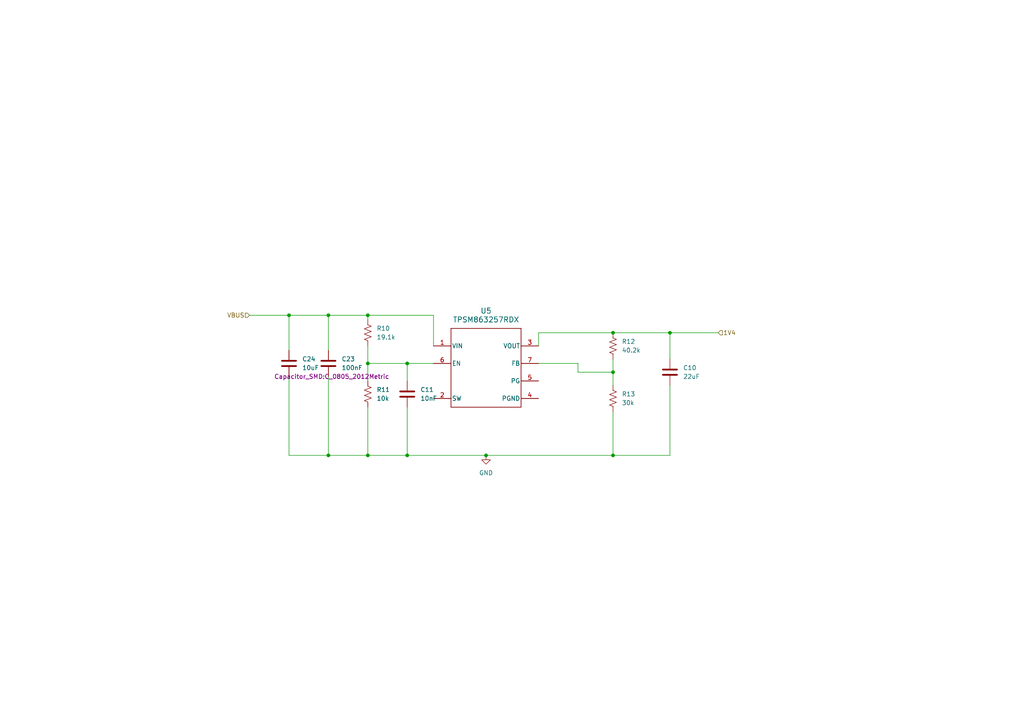
<source format=kicad_sch>
(kicad_sch (version 20231120) (generator "eeschema") (generator_version "8.0")
  (paper "A4")
  (lib_symbols
    (symbol "Device:C" (pin_numbers hide) (pin_names (offset 0.254))
      (property "Reference" "C" (at 0.635 2.54 0))
      (property "Value" "C" (at 0.635 -2.54 0))
      (symbol "C_0_1"
        (polyline (pts (xy -2.032 -0.762) (xy 2.032 -0.762)) (stroke (width 0.508)))
        (polyline (pts (xy -2.032 0.762) (xy 2.032 0.762)) (stroke (width 0.508)))
      )
      (symbol "C_1_1"
        (pin passive line (at 0 3.81 270) (length 2.794) (name "~") (number "1"))
        (pin passive line (at 0 -3.81 90) (length 2.794) (name "~") (number "2"))
      )
    )
    (symbol "Device:R_US" (pin_numbers hide) (pin_names (offset 0))
      (property "Reference" "R" (at 2.54 0 90))
      (property "Value" "R_US" (at -2.54 0 90))
      (symbol "R_US_0_1"
        (polyline (pts (xy 0 -2.286) (xy 0 -2.54)))
        (polyline (pts (xy 0 2.286) (xy 0 2.54)))
        (polyline (pts (xy 0 -0.762) (xy 1.016 -1.143) (xy 0 -1.524) (xy -1.016 -1.905) (xy 0 -2.286)))
        (polyline (pts (xy 0 0.762) (xy 1.016 0.381) (xy 0 0) (xy -1.016 -0.381) (xy 0 -0.762)))
        (polyline (pts (xy 0 2.286) (xy 1.016 1.905) (xy 0 1.524) (xy -1.016 1.143) (xy 0 0.762)))
      )
      (symbol "R_US_1_1"
        (pin passive line (at 0 3.81 270) (length 1.27) (name "~") (number "1"))
        (pin passive line (at 0 -3.81 90) (length 1.27) (name "~") (number "2"))
      )
    )
    (symbol "bitaxe:TPSM863257RDX" (pin_names (offset 0.254))
      (property "Reference" "U" (at 0 2.54 0))
      (property "Value" "TPSM863257RDX" (at 0 0 0))
      (symbol "TPSM863257RDX_0_1"
        (polyline (pts (xy 5.08 -17.78) (xy 25.4 -17.78)) (stroke (width 0.2032)))
        (polyline (pts (xy 5.08 5.08) (xy 5.08 -17.78)) (stroke (width 0.2032)))
        (polyline (pts (xy 25.4 -17.78) (xy 25.4 5.08)) (stroke (width 0.2032)))
        (polyline (pts (xy 25.4 5.08) (xy 5.08 5.08)) (stroke (width 0.2032)))
        (pin power_in line (at 0 0 0) (length 5.08) (name "VIN") (number "1"))
        (pin unspecified line (at 0 -15.24 0) (length 5.08) (name "SW") (number "2"))
        (pin power_in line (at 30.48 0 180) (length 5.08) (name "VOUT") (number "3"))
        (pin power_in line (at 30.48 -15.24 180) (length 5.08) (name "PGND") (number "4"))
        (pin open_collector line (at 30.48 -10.16 180) (length 5.08) (name "PG") (number "5"))
        (pin input line (at 0 -5.08 0) (length 5.08) (name "EN") (number "6"))
        (pin unspecified line (at 30.48 -5.08 180) (length 5.08) (name "FB") (number "7"))
      )
    )
    (symbol "power:GND" (power) (pin_numbers hide) (pin_names (offset 0) hide)
      (property "Value" "GND" (at 0 -3.81 0))
      (symbol "GND_0_1"
        (polyline (pts (xy 0 0) (xy 0 -1.27) (xy 1.27 -1.27) (xy 0 -2.54) (xy -1.27 -1.27) (xy 0 -1.27)))
      )
      (symbol "GND_1_1"
        (pin power_in line (at 0 0 270) (length 0) (name "~") (number "1"))
      )
    )
  )
  (junction (at 95.25 91.44))
  (junction (at 194.31 96.52))
  (junction (at 177.8 107.95))
  (junction (at 177.8 96.52))
  (junction (at 95.25 132.08))
  (junction (at 118.11 105.41))
  (junction (at 106.68 105.41))
  (junction (at 106.68 132.08))
  (junction (at 83.82 91.44))
  (junction (at 140.97 132.08))
  (junction (at 177.8 132.08))
  (junction (at 118.11 132.08))
  (junction (at 106.68 91.44))
  (wire (pts (xy 177.8 132.08) (xy 194.31 132.08)))
  (wire (pts (xy 83.82 109.22) (xy 83.82 132.08)))
  (wire (pts (xy 167.64 107.95) (xy 167.64 105.41)))
  (wire (pts (xy 167.64 105.41) (xy 156.21 105.41)))
  (wire (pts (xy 177.8 96.52) (xy 156.21 96.52)))
  (wire (pts (xy 125.73 100.33) (xy 125.73 91.44)))
  (wire (pts (xy 156.21 96.52) (xy 156.21 100.33)))
  (wire (pts (xy 194.31 96.52) (xy 177.8 96.52)))
  (wire (pts (xy 95.25 91.44) (xy 106.68 91.44)))
  (wire (pts (xy 106.68 105.41) (xy 118.11 105.41)))
  (wire (pts (xy 95.25 132.08) (xy 106.68 132.08)))
  (wire (pts (xy 194.31 104.14) (xy 194.31 96.52)))
  (wire (pts (xy 106.68 91.44) (xy 106.68 92.71)))
  (wire (pts (xy 83.82 132.08) (xy 95.25 132.08)))
  (wire (pts (xy 83.82 91.44) (xy 83.82 101.6)))
  (wire (pts (xy 95.25 109.22) (xy 95.25 132.08)))
  (wire (pts (xy 118.11 132.08) (xy 140.97 132.08)))
  (wire (pts (xy 95.25 91.44) (xy 95.25 101.6)))
  (wire (pts (xy 118.11 118.11) (xy 118.11 132.08)))
  (wire (pts (xy 72.39 91.44) (xy 83.82 91.44)))
  (wire (pts (xy 194.31 96.52) (xy 208.28 96.52)))
  (wire (pts (xy 177.8 132.08) (xy 140.97 132.08)))
  (wire (pts (xy 177.8 104.14) (xy 177.8 107.95)))
  (wire (pts (xy 106.68 118.11) (xy 106.68 132.08)))
  (wire (pts (xy 118.11 105.41) (xy 118.11 110.49)))
  (wire (pts (xy 106.68 105.41) (xy 106.68 110.49)))
  (wire (pts (xy 177.8 107.95) (xy 177.8 111.76)))
  (wire (pts (xy 83.82 91.44) (xy 95.25 91.44)))
  (wire (pts (xy 106.68 132.08) (xy 118.11 132.08)))
  (wire (pts (xy 177.8 107.95) (xy 167.64 107.95)))
  (wire (pts (xy 118.11 105.41) (xy 125.73 105.41)))
  (wire (pts (xy 177.8 119.38) (xy 177.8 132.08)))
  (wire (pts (xy 106.68 100.33) (xy 106.68 105.41)))
  (wire (pts (xy 194.31 132.08) (xy 194.31 111.76)))
  (wire (pts (xy 125.73 91.44) (xy 106.68 91.44)))
  (hierarchical_label "1V4" (shape input) (at 208.28 96.52 0))
  (hierarchical_label "VBUS" (shape input) (at 72.39 91.44 180))
  (symbol (lib_id "Device:C") (at 194.31 107.95 0) (unit 1)
    (property "Reference" "C10" (at 198.12 106.6799 0) (effects (justify left)))
    (property "Value" "22uF" (at 198.12 109.2199 0) (effects (justify left)))
    (property "Footprint" "Capacitor_SMD:C_0805_2012Metric" (effects (hide yes)))
    (property "Description" "Unpolarized capacitor" (effects (hide yes)))
    (property "PARTNO" "GRM21BR60J226ME39L" (effects (hide yes)))
  )
  (symbol (lib_id "power:GND") (at 140.97 132.08 0) (unit 1)
    (property "Reference" "#PWR016" (effects (hide yes)))
    (property "Value" "GND" (at 140.97 137.16 0))
    (property "Description" "Power symbol creates a global label with name \"GND\" , ground" (effects (hide yes)))
  )
  (symbol (lib_id "Device:C") (at 118.11 114.3 0) (unit 1)
    (property "Reference" "C11" (at 121.92 113.0299 0) (effects (justify left)))
    (property "Value" "10nF" (at 121.92 115.5699 0) (effects (justify left)))
    (property "Footprint" "Capacitor_SMD:C_0201_0603Metric" (effects (hide yes)))
    (property "Description" "Unpolarized capacitor" (effects (hide yes)))
    (property "PARTNO" "GRM033R71A103KA01D" (effects (hide yes)))
  )
  (symbol (lib_id "Device:C") (at 95.25 105.41 0) (unit 1)
    (property "Reference" "C23" (at 99.06 104.1399 0) (effects (justify left)))
    (property "Value" "100nF" (at 99.06 106.6799 0) (effects (justify left)))
    (property "Footprint" "Capacitor_SMD:C_0805_2012Metric" (at 96.2152 109.22 0))
    (property "Description" "Unpolarized capacitor" (effects (hide yes)))
    (property "PARTNO" "08053C104KAT2A" (effects (hide yes)))
  )
  (symbol (lib_id "Device:R_US") (at 106.68 96.52 0) (unit 1)
    (property "Reference" "R10" (at 109.22 95.2499 0) (effects (justify left)))
    (property "Value" "19.1k" (at 109.22 97.7899 0) (effects (justify left)))
    (property "Footprint" "Resistor_SMD:R_0402_1005Metric" (effects (hide yes)))
    (property "Description" "Resistor, US symbol" (effects (hide yes)))
    (property "PARTNO" "CRCW040219K1FKED" (effects (hide yes)))
  )
  (symbol (lib_id "bitaxe:TPSM863257RDX") (at 125.73 100.33 0) (unit 1)
    (property "Reference" "U5" (at 140.97 90.17 0) (effects (font (size 1.524 1.524))))
    (property "Value" "TPSM863257RDX" (at 140.97 92.71 0) (effects (font (size 1.524 1.524))))
    (property "Footprint" "bitaxe:TPSM863257RDX" (effects (hide yes)))
    (property "Datasheet" "PTPSM863257RDXR" (effects (hide yes)))
  )
  (symbol (lib_id "Device:C") (at 83.82 105.41 0) (unit 1)
    (property "Reference" "C24" (at 87.63 104.1399 0) (effects (justify left)))
    (property "Value" "10uF" (at 87.63 106.6799 0) (effects (justify left)))
    (property "Footprint" "Capacitor_SMD:C_0805_2012Metric" (effects (hide yes)))
    (property "Description" "Unpolarized capacitor" (effects (hide yes)))
    (property "PARTNO" "C0805C106K8PACTU" (effects (hide yes)))
  )
  (symbol (lib_id "Device:R_US") (at 177.8 115.57 0) (unit 1)
    (property "Reference" "R13" (at 180.34 114.2999 0) (effects (justify left)))
    (property "Value" "30k" (at 180.34 116.8399 0) (effects (justify left)))
    (property "Footprint" "Resistor_SMD:R_0603_1608Metric" (effects (hide yes)))
    (property "Description" "Resistor, US symbol" (effects (hide yes)))
    (property "PARTNO" "RC0603FR-0730KL" (effects (hide yes)))
  )
  (symbol (lib_id "Device:R_US") (at 177.8 100.33 0) (unit 1)
    (property "Reference" "R12" (at 180.34 99.0599 0) (effects (justify left)))
    (property "Value" "40.2k" (at 180.34 101.5999 0) (effects (justify left)))
    (property "Footprint" "Resistor_SMD:R_0805_2012Metric" (effects (hide yes)))
    (property "Description" "Resistor, US symbol" (effects (hide yes)))
    (property "PARTNO" "ERJ-6ENF4022V" (effects (hide yes)))
  )
  (symbol (lib_id "Device:R_US") (at 106.68 114.3 0) (unit 1)
    (property "Reference" "R11" (at 109.22 113.0299 0) (effects (justify left)))
    (property "Value" "10k" (at 109.22 115.5699 0) (effects (justify left)))
    (property "Footprint" "Resistor_SMD:R_0402_1005Metric" (effects (hide yes)))
    (property "Description" "Resistor, US symbol" (effects (hide yes)))
    (property "PARTNO" "CRCW040210K0FKED" (effects (hide yes)))
  )
)
</source>
